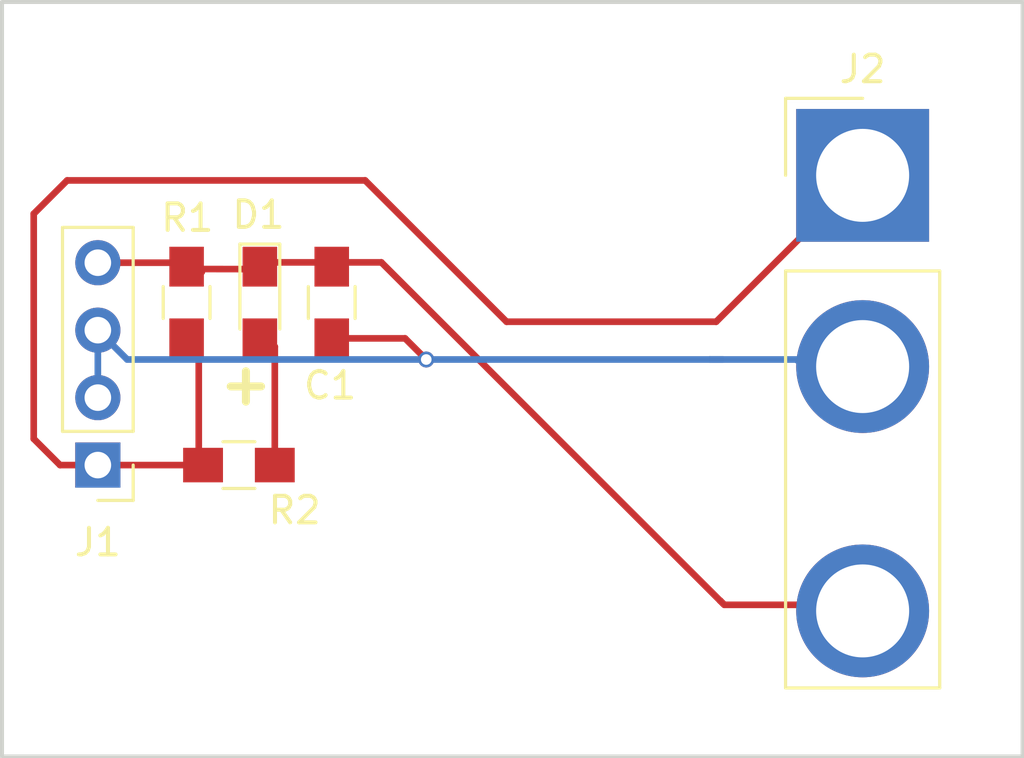
<source format=kicad_pcb>
(kicad_pcb (version 4) (host pcbnew 4.0.7-e2-6376~58~ubuntu16.04.1)

  (general
    (links 11)
    (no_connects 0)
    (area 126.6092 32.055999 165.302001 60.7338)
    (thickness 1.6)
    (drawings 5)
    (tracks 37)
    (zones 0)
    (modules 9)
    (nets 5)
  )

  (page A4)
  (layers
    (0 F.Cu signal)
    (31 B.Cu signal)
    (32 B.Adhes user)
    (33 F.Adhes user)
    (34 B.Paste user)
    (35 F.Paste user)
    (36 B.SilkS user)
    (37 F.SilkS user)
    (38 B.Mask user)
    (39 F.Mask user)
    (40 Dwgs.User user)
    (41 Cmts.User user)
    (42 Eco1.User user)
    (43 Eco2.User user)
    (44 Edge.Cuts user)
    (45 Margin user)
    (46 B.CrtYd user)
    (47 F.CrtYd user)
    (48 B.Fab user)
    (49 F.Fab user)
  )

  (setup
    (last_trace_width 0.25)
    (trace_clearance 0.2)
    (zone_clearance 0.508)
    (zone_45_only no)
    (trace_min 0.2)
    (segment_width 0.2)
    (edge_width 0.15)
    (via_size 0.6)
    (via_drill 0.4)
    (via_min_size 0.4)
    (via_min_drill 0.3)
    (uvia_size 0.3)
    (uvia_drill 0.1)
    (uvias_allowed no)
    (uvia_min_size 0.2)
    (uvia_min_drill 0.1)
    (pcb_text_width 0.3)
    (pcb_text_size 1.5 1.5)
    (mod_edge_width 0.15)
    (mod_text_size 1 1)
    (mod_text_width 0.15)
    (pad_size 3.2 3.2)
    (pad_drill 3.2)
    (pad_to_mask_clearance 0.2)
    (aux_axis_origin 0 0)
    (visible_elements FFFFFF7F)
    (pcbplotparams
      (layerselection 0x010fc_80000001)
      (usegerberextensions false)
      (excludeedgelayer true)
      (linewidth 0.100000)
      (plotframeref false)
      (viasonmask false)
      (mode 1)
      (useauxorigin false)
      (hpglpennumber 1)
      (hpglpenspeed 20)
      (hpglpendiameter 15)
      (hpglpenoverlay 2)
      (psnegative false)
      (psa4output false)
      (plotreference true)
      (plotvalue true)
      (plotinvisibletext false)
      (padsonsilk false)
      (subtractmaskfromsilk false)
      (outputformat 1)
      (mirror false)
      (drillshape 0)
      (scaleselection 1)
      (outputdirectory ""))
  )

  (net 0 "")
  (net 1 "Net-(C1-Pad1)")
  (net 2 GND)
  (net 3 "Net-(D1-Pad2)")
  (net 4 +5V)

  (net_class Default "This is the default net class."
    (clearance 0.2)
    (trace_width 0.25)
    (via_dia 0.6)
    (via_drill 0.4)
    (uvia_dia 0.3)
    (uvia_drill 0.1)
    (add_net +5V)
    (add_net GND)
    (add_net "Net-(C1-Pad1)")
    (add_net "Net-(D1-Pad2)")
  )

  (module Mounting_Holes:MountingHole_3.2mm_M3 (layer F.Cu) (tedit 59703A17) (tstamp 5970406A)
    (at 137.63 55.286)
    (descr "Mounting Hole 3.2mm, no annular, M3")
    (tags "mounting hole 3.2mm no annular m3")
    (fp_text reference REF** (at 0 -4.2) (layer F.SilkS) hide
      (effects (font (size 1 1) (thickness 0.15)))
    )
    (fp_text value MountingHole_3.2mm_M3 (at 0 4.2) (layer F.Fab) hide
      (effects (font (size 1 1) (thickness 0.15)))
    )
    (fp_circle (center 0 0) (end 3.2 0) (layer Cmts.User) (width 0.15))
    (fp_circle (center 0 0) (end 3.45 0) (layer F.CrtYd) (width 0.05))
    (pad 1 np_thru_hole circle (at 0 0) (size 3.2 3.2) (drill 3.2) (layers *.Cu *.Mask))
  )

  (module Resistors_SMD:R_0805_HandSoldering (layer F.Cu) (tedit 59703B6C) (tstamp 596FBE02)
    (at 139.2301 43.4467 270)
    (descr "Resistor SMD 0805, hand soldering")
    (tags "resistor 0805")
    (path /596FAAD5)
    (attr smd)
    (fp_text reference C1 (at 3.1242 0.0635 360) (layer F.SilkS)
      (effects (font (size 1 1) (thickness 0.15)))
    )
    (fp_text value 100nF (at 0 1.75 270) (layer F.Fab) hide
      (effects (font (size 1 1) (thickness 0.15)))
    )
    (fp_text user %R (at 0 0 360) (layer F.Fab)
      (effects (font (size 0.5 0.5) (thickness 0.075)))
    )
    (fp_line (start -1 0.62) (end -1 -0.62) (layer F.Fab) (width 0.1))
    (fp_line (start 1 0.62) (end -1 0.62) (layer F.Fab) (width 0.1))
    (fp_line (start 1 -0.62) (end 1 0.62) (layer F.Fab) (width 0.1))
    (fp_line (start -1 -0.62) (end 1 -0.62) (layer F.Fab) (width 0.1))
    (fp_line (start 0.6 0.88) (end -0.6 0.88) (layer F.SilkS) (width 0.12))
    (fp_line (start -0.6 -0.88) (end 0.6 -0.88) (layer F.SilkS) (width 0.12))
    (fp_line (start -2.35 -0.9) (end 2.35 -0.9) (layer F.CrtYd) (width 0.05))
    (fp_line (start -2.35 -0.9) (end -2.35 0.9) (layer F.CrtYd) (width 0.05))
    (fp_line (start 2.35 0.9) (end 2.35 -0.9) (layer F.CrtYd) (width 0.05))
    (fp_line (start 2.35 0.9) (end -2.35 0.9) (layer F.CrtYd) (width 0.05))
    (pad 1 smd rect (at -1.35 0 270) (size 1.5 1.3) (layers F.Cu F.Paste F.Mask)
      (net 1 "Net-(C1-Pad1)"))
    (pad 2 smd rect (at 1.35 0 270) (size 1.5 1.3) (layers F.Cu F.Paste F.Mask)
      (net 2 GND))
    (model ${KISYS3DMOD}/Resistors_SMD.3dshapes/R_0805.wrl
      (at (xyz 0 0 0))
      (scale (xyz 1 1 1))
      (rotate (xyz 0 0 0))
    )
  )

  (module LEDs:LED_0805_HandSoldering (layer F.Cu) (tedit 59703B68) (tstamp 596FBE08)
    (at 136.525 43.4467 270)
    (descr "Resistor SMD 0805, hand soldering")
    (tags "resistor 0805")
    (path /596FAB62)
    (attr smd)
    (fp_text reference D1 (at -3.302 0.0508 360) (layer F.SilkS)
      (effects (font (size 1 1) (thickness 0.15)))
    )
    (fp_text value LED (at 0 1.75 270) (layer F.Fab) hide
      (effects (font (size 1 1) (thickness 0.15)))
    )
    (fp_line (start -0.4 -0.4) (end -0.4 0.4) (layer F.Fab) (width 0.1))
    (fp_line (start -0.4 0) (end 0.2 -0.4) (layer F.Fab) (width 0.1))
    (fp_line (start 0.2 0.4) (end -0.4 0) (layer F.Fab) (width 0.1))
    (fp_line (start 0.2 -0.4) (end 0.2 0.4) (layer F.Fab) (width 0.1))
    (fp_line (start -1 0.62) (end -1 -0.62) (layer F.Fab) (width 0.1))
    (fp_line (start 1 0.62) (end -1 0.62) (layer F.Fab) (width 0.1))
    (fp_line (start 1 -0.62) (end 1 0.62) (layer F.Fab) (width 0.1))
    (fp_line (start -1 -0.62) (end 1 -0.62) (layer F.Fab) (width 0.1))
    (fp_line (start 1 0.75) (end -2.2 0.75) (layer F.SilkS) (width 0.12))
    (fp_line (start -2.2 -0.75) (end 1 -0.75) (layer F.SilkS) (width 0.12))
    (fp_line (start -2.35 -0.9) (end 2.35 -0.9) (layer F.CrtYd) (width 0.05))
    (fp_line (start -2.35 -0.9) (end -2.35 0.9) (layer F.CrtYd) (width 0.05))
    (fp_line (start 2.35 0.9) (end 2.35 -0.9) (layer F.CrtYd) (width 0.05))
    (fp_line (start 2.35 0.9) (end -2.35 0.9) (layer F.CrtYd) (width 0.05))
    (fp_line (start -2.2 -0.75) (end -2.2 0.75) (layer F.SilkS) (width 0.12))
    (pad 1 smd rect (at -1.35 0 270) (size 1.5 1.3) (layers F.Cu F.Paste F.Mask)
      (net 1 "Net-(C1-Pad1)"))
    (pad 2 smd rect (at 1.35 0 270) (size 1.5 1.3) (layers F.Cu F.Paste F.Mask)
      (net 3 "Net-(D1-Pad2)"))
    (model ${KISYS3DMOD}/LEDs.3dshapes/LED_0805.wrl
      (at (xyz 0 0 0))
      (scale (xyz 1 1 1))
      (rotate (xyz 0 0 0))
    )
  )

  (module Pin_Headers:Pin_Header_Straight_1x04_Pitch2.54mm (layer F.Cu) (tedit 59703AB1) (tstamp 596FBE10)
    (at 130.429 49.5681 180)
    (descr "Through hole straight pin header, 1x04, 2.54mm pitch, single row")
    (tags "Through hole pin header THT 1x04 2.54mm single row")
    (path /596FAAB8)
    (fp_text reference J1 (at 0 -2.9083 180) (layer F.SilkS)
      (effects (font (size 1 1) (thickness 0.15)))
    )
    (fp_text value CONN_01X04 (at 2.8448 4.0767 270) (layer F.Fab) hide
      (effects (font (size 1 1) (thickness 0.15)))
    )
    (fp_line (start -0.635 -1.27) (end 1.27 -1.27) (layer F.Fab) (width 0.1))
    (fp_line (start 1.27 -1.27) (end 1.27 8.89) (layer F.Fab) (width 0.1))
    (fp_line (start 1.27 8.89) (end -1.27 8.89) (layer F.Fab) (width 0.1))
    (fp_line (start -1.27 8.89) (end -1.27 -0.635) (layer F.Fab) (width 0.1))
    (fp_line (start -1.27 -0.635) (end -0.635 -1.27) (layer F.Fab) (width 0.1))
    (fp_line (start -1.33 8.95) (end 1.33 8.95) (layer F.SilkS) (width 0.12))
    (fp_line (start -1.33 1.27) (end -1.33 8.95) (layer F.SilkS) (width 0.12))
    (fp_line (start 1.33 1.27) (end 1.33 8.95) (layer F.SilkS) (width 0.12))
    (fp_line (start -1.33 1.27) (end 1.33 1.27) (layer F.SilkS) (width 0.12))
    (fp_line (start -1.33 0) (end -1.33 -1.33) (layer F.SilkS) (width 0.12))
    (fp_line (start -1.33 -1.33) (end 0 -1.33) (layer F.SilkS) (width 0.12))
    (fp_line (start -1.8 -1.8) (end -1.8 9.4) (layer F.CrtYd) (width 0.05))
    (fp_line (start -1.8 9.4) (end 1.8 9.4) (layer F.CrtYd) (width 0.05))
    (fp_line (start 1.8 9.4) (end 1.8 -1.8) (layer F.CrtYd) (width 0.05))
    (fp_line (start 1.8 -1.8) (end -1.8 -1.8) (layer F.CrtYd) (width 0.05))
    (fp_text user %R (at 0 3.81 270) (layer F.Fab)
      (effects (font (size 1 1) (thickness 0.15)))
    )
    (pad 1 thru_hole rect (at 0 0 180) (size 1.7 1.7) (drill 1) (layers *.Cu *.Mask)
      (net 4 +5V))
    (pad 2 thru_hole oval (at 0 2.54 180) (size 1.7 1.7) (drill 1) (layers *.Cu *.Mask)
      (net 2 GND))
    (pad 3 thru_hole oval (at 0 5.08 180) (size 1.7 1.7) (drill 1) (layers *.Cu *.Mask)
      (net 2 GND))
    (pad 4 thru_hole oval (at 0 7.62 180) (size 1.7 1.7) (drill 1) (layers *.Cu *.Mask)
      (net 1 "Net-(C1-Pad1)"))
    (model ${KISYS3DMOD}/Pin_Headers.3dshapes/Pin_Header_Straight_1x04_Pitch2.54mm.wrl
      (at (xyz 0 0 0))
      (scale (xyz 1 1 1))
      (rotate (xyz 0 0 0))
    )
  )

  (module Resistors_SMD:R_0805_HandSoldering (layer F.Cu) (tedit 59703B78) (tstamp 596FBE2B)
    (at 133.7691 43.4467 90)
    (descr "Resistor SMD 0805, hand soldering")
    (tags "resistor 0805")
    (path /596FAB28)
    (attr smd)
    (fp_text reference R1 (at 3.1877 0.0254 180) (layer F.SilkS)
      (effects (font (size 1 1) (thickness 0.15)))
    )
    (fp_text value 10K (at 0 1.75 90) (layer F.Fab) hide
      (effects (font (size 1 1) (thickness 0.15)))
    )
    (fp_text user %R (at 0 0 90) (layer F.Fab)
      (effects (font (size 0.5 0.5) (thickness 0.075)))
    )
    (fp_line (start -1 0.62) (end -1 -0.62) (layer F.Fab) (width 0.1))
    (fp_line (start 1 0.62) (end -1 0.62) (layer F.Fab) (width 0.1))
    (fp_line (start 1 -0.62) (end 1 0.62) (layer F.Fab) (width 0.1))
    (fp_line (start -1 -0.62) (end 1 -0.62) (layer F.Fab) (width 0.1))
    (fp_line (start 0.6 0.88) (end -0.6 0.88) (layer F.SilkS) (width 0.12))
    (fp_line (start -0.6 -0.88) (end 0.6 -0.88) (layer F.SilkS) (width 0.12))
    (fp_line (start -2.35 -0.9) (end 2.35 -0.9) (layer F.CrtYd) (width 0.05))
    (fp_line (start -2.35 -0.9) (end -2.35 0.9) (layer F.CrtYd) (width 0.05))
    (fp_line (start 2.35 0.9) (end 2.35 -0.9) (layer F.CrtYd) (width 0.05))
    (fp_line (start 2.35 0.9) (end -2.35 0.9) (layer F.CrtYd) (width 0.05))
    (pad 1 smd rect (at -1.35 0 90) (size 1.5 1.3) (layers F.Cu F.Paste F.Mask)
      (net 4 +5V))
    (pad 2 smd rect (at 1.35 0 90) (size 1.5 1.3) (layers F.Cu F.Paste F.Mask)
      (net 1 "Net-(C1-Pad1)"))
    (model ${KISYS3DMOD}/Resistors_SMD.3dshapes/R_0805.wrl
      (at (xyz 0 0 0))
      (scale (xyz 1 1 1))
      (rotate (xyz 0 0 0))
    )
  )

  (module Resistors_SMD:R_0805_HandSoldering (layer F.Cu) (tedit 59703B73) (tstamp 596FBE31)
    (at 135.7376 49.5681)
    (descr "Resistor SMD 0805, hand soldering")
    (tags "resistor 0805")
    (path /596FAAFC)
    (attr smd)
    (fp_text reference R2 (at 2.0955 1.7018) (layer F.SilkS)
      (effects (font (size 1 1) (thickness 0.15)))
    )
    (fp_text value 1K (at 0 1.75) (layer F.Fab) hide
      (effects (font (size 1 1) (thickness 0.15)))
    )
    (fp_text user %R (at 0 0) (layer F.Fab)
      (effects (font (size 0.5 0.5) (thickness 0.075)))
    )
    (fp_line (start -1 0.62) (end -1 -0.62) (layer F.Fab) (width 0.1))
    (fp_line (start 1 0.62) (end -1 0.62) (layer F.Fab) (width 0.1))
    (fp_line (start 1 -0.62) (end 1 0.62) (layer F.Fab) (width 0.1))
    (fp_line (start -1 -0.62) (end 1 -0.62) (layer F.Fab) (width 0.1))
    (fp_line (start 0.6 0.88) (end -0.6 0.88) (layer F.SilkS) (width 0.12))
    (fp_line (start -0.6 -0.88) (end 0.6 -0.88) (layer F.SilkS) (width 0.12))
    (fp_line (start -2.35 -0.9) (end 2.35 -0.9) (layer F.CrtYd) (width 0.05))
    (fp_line (start -2.35 -0.9) (end -2.35 0.9) (layer F.CrtYd) (width 0.05))
    (fp_line (start 2.35 0.9) (end 2.35 -0.9) (layer F.CrtYd) (width 0.05))
    (fp_line (start 2.35 0.9) (end -2.35 0.9) (layer F.CrtYd) (width 0.05))
    (pad 1 smd rect (at -1.35 0) (size 1.5 1.3) (layers F.Cu F.Paste F.Mask)
      (net 4 +5V))
    (pad 2 smd rect (at 1.35 0) (size 1.5 1.3) (layers F.Cu F.Paste F.Mask)
      (net 3 "Net-(D1-Pad2)"))
    (model ${KISYS3DMOD}/Resistors_SMD.3dshapes/R_0805.wrl
      (at (xyz 0 0 0))
      (scale (xyz 1 1 1))
      (rotate (xyz 0 0 0))
    )
  )

  (module "My Shit:limit_switch_bomba" (layer F.Cu) (tedit 59703AB6) (tstamp 59703CB9)
    (at 159.2072 38.6588)
    (descr "Limit Switch Endstop")
    (tags "Limit Switch Endstop")
    (path /596FAF0B)
    (fp_text reference J2 (at 0 -4) (layer F.SilkS)
      (effects (font (size 1 1) (thickness 0.15)))
    )
    (fp_text value CONN_01X03 (at 0 21) (layer F.Fab) hide
      (effects (font (size 1 1) (thickness 0.15)))
    )
    (fp_line (start -2.7 -2.7) (end -2.7 19.1) (layer F.Fab) (width 0.1))
    (fp_line (start -2.7 19.1) (end 2.7 19.1) (layer F.Fab) (width 0.1))
    (fp_line (start 2.7 19.1) (end 2.7 -2.7) (layer F.Fab) (width 0.1))
    (fp_line (start 2.7 -2.7) (end -2.7 -2.7) (layer F.Fab) (width 0.1))
    (fp_line (start -2.9 3.6) (end -2.9 19.3) (layer F.SilkS) (width 0.12))
    (fp_line (start -2.9 19.3) (end 2.9 19.3) (layer F.SilkS) (width 0.12))
    (fp_line (start 2.9 19.3) (end 2.9 3.6) (layer F.SilkS) (width 0.12))
    (fp_line (start 2.9 3.6) (end -2.9 3.6) (layer F.SilkS) (width 0.12))
    (fp_line (start -2.9 0) (end -2.9 -2.9) (layer F.SilkS) (width 0.12))
    (fp_line (start -2.9 -2.9) (end 0 -2.9) (layer F.SilkS) (width 0.12))
    (fp_line (start -3.1 -3.1) (end -3.1 19.5) (layer F.CrtYd) (width 0.05))
    (fp_line (start -3.1 19.5) (end 3.1 19.5) (layer F.CrtYd) (width 0.05))
    (fp_line (start 3.1 19.5) (end 3.1 -3.1) (layer F.CrtYd) (width 0.05))
    (fp_line (start 3.1 -3.1) (end -3.1 -3.1) (layer F.CrtYd) (width 0.05))
    (pad 1 thru_hole oval (at 0 16.4) (size 5 5) (drill 3.5) (layers *.Cu *.Mask)
      (net 1 "Net-(C1-Pad1)"))
    (pad 2 thru_hole rect (at 0 0) (size 5 5) (drill 3.5) (layers *.Cu *.Mask)
      (net 4 +5V))
    (pad 3 thru_hole oval (at 0 7.2) (size 5 5) (drill 3.5) (layers *.Cu *.Mask)
      (net 2 GND))
  )

  (module Mounting_Holes:MountingHole_3.2mm_M3 (layer F.Cu) (tedit 59703A0E) (tstamp 59703DD4)
    (at 147.63 37.286)
    (descr "Mounting Hole 3.2mm, no annular, M3")
    (tags "mounting hole 3.2mm no annular m3")
    (fp_text reference "" (at -5.8771 -1.028) (layer F.SilkS) hide
      (effects (font (size 1 1) (thickness 0.15)))
    )
    (fp_text value MountingHole_3.2mm_M3 (at -4.2007 -3.4918) (layer F.Fab) hide
      (effects (font (size 1 1) (thickness 0.15)))
    )
    (fp_circle (center 0 0) (end 3.2 0) (layer Cmts.User) (width 0.15))
    (fp_circle (center 0 0) (end 3.45 0) (layer F.CrtYd) (width 0.05))
    (pad 1 np_thru_hole circle (at 0 0) (size 3.2 3.2) (drill 3.2) (layers *.Cu *.Mask))
  )

  (module Mounting_Holes:MountingHole_3.2mm_M3 (layer F.Cu) (tedit 59703A17) (tstamp 59703DDF)
    (at 147.63 55.286)
    (descr "Mounting Hole 3.2mm, no annular, M3")
    (tags "mounting hole 3.2mm no annular m3")
    (fp_text reference REF** (at 0 -4.2) (layer F.SilkS) hide
      (effects (font (size 1 1) (thickness 0.15)))
    )
    (fp_text value MountingHole_3.2mm_M3 (at 0 4.2) (layer F.Fab) hide
      (effects (font (size 1 1) (thickness 0.15)))
    )
    (fp_circle (center 0 0) (end 3.2 0) (layer Cmts.User) (width 0.15))
    (fp_circle (center 0 0) (end 3.45 0) (layer F.CrtYd) (width 0.05))
    (pad 1 np_thru_hole circle (at 0 0) (size 3.2 3.2) (drill 3.2) (layers *.Cu *.Mask))
  )

  (gr_text + (at 136 46.5) (layer F.SilkS)
    (effects (font (size 1.5 1.5) (thickness 0.3)))
  )
  (gr_line (start 165.227 60.5409) (end 165.227 32.131) (angle 90) (layer Edge.Cuts) (width 0.15))
  (gr_line (start 126.8222 60.5409) (end 165.227 60.5409) (angle 90) (layer Edge.Cuts) (width 0.15))
  (gr_line (start 126.8222 32.131) (end 126.8222 60.5409) (angle 90) (layer Edge.Cuts) (width 0.15))
  (gr_line (start 165.227 32.131) (end 126.8222 32.131) (angle 90) (layer Edge.Cuts) (width 0.15))

  (segment (start 156.7561 54.8302) (end 154.0045 54.8302) (width 0.25) (layer F.Cu) (net 1))
  (segment (start 153.8521 54.6778) (end 153.8478 54.6778) (width 0.25) (layer F.Cu) (net 1) (tstamp 59703E8D))
  (segment (start 154.0045 54.8302) (end 153.8521 54.6778) (width 0.25) (layer F.Cu) (net 1) (tstamp 59703E8C))
  (segment (start 134.2263 42.1856) (end 136.525 42.1894) (width 0.25) (layer F.Cu) (net 1))
  (segment (start 136.525 42.1894) (end 136.7536 41.9354) (width 0.25) (layer F.Cu) (net 1) (tstamp 596FBF7F))
  (segment (start 136.7536 41.9354) (end 139.2428 41.9354) (width 0.25) (layer F.Cu) (net 1) (tstamp 596FBF80))
  (segment (start 139.2428 41.9354) (end 141.097 41.9354) (width 0.25) (layer F.Cu) (net 1) (tstamp 596FBF81))
  (segment (start 141.097 41.9354) (end 153.8478 54.6778) (width 0.25) (layer F.Cu) (net 1) (tstamp 596FBF82))
  (segment (start 153.8478 54.6778) (end 153.9621 54.7921) (width 0.25) (layer F.Cu) (net 1) (tstamp 59703E8F))
  (segment (start 136.7536 41.9354) (end 136.7028 41.8846) (width 0.25) (layer F.Cu) (net 1) (tstamp 596FBF66))
  (segment (start 130.429 41.9481) (end 133.9888 41.9481) (width 0.25) (layer F.Cu) (net 1))
  (segment (start 133.9888 41.9481) (end 134.3406 42.2999) (width 0.25) (layer F.Cu) (net 1) (tstamp 596FBF27))
  (segment (start 139.2301 44.7967) (end 141.9898 44.7967) (width 0.25) (layer F.Cu) (net 2))
  (segment (start 142.7852 45.5921) (end 142.748 45.5921) (width 0.25) (layer B.Cu) (net 2) (tstamp 59703FD0))
  (segment (start 142.7861 45.593) (end 142.7852 45.5921) (width 0.25) (layer B.Cu) (net 2) (tstamp 59703FCF))
  (via (at 142.7861 45.593) (size 0.6) (drill 0.4) (layers F.Cu B.Cu) (net 2))
  (segment (start 141.9898 44.7967) (end 142.7861 45.593) (width 0.25) (layer F.Cu) (net 2) (tstamp 59703FCD))
  (segment (start 153.4541 45.5921) (end 156.718 45.5921) (width 0.25) (layer B.Cu) (net 2))
  (segment (start 156.718 45.5921) (end 156.7561 45.6302) (width 0.25) (layer B.Cu) (net 2) (tstamp 59703E89))
  (segment (start 130.429 47.0281) (end 130.429 44.4881) (width 0.25) (layer B.Cu) (net 2))
  (segment (start 130.429 44.4881) (end 131.533 45.5921) (width 0.25) (layer B.Cu) (net 2) (tstamp 596FBF78))
  (segment (start 131.533 45.5921) (end 142.748 45.5921) (width 0.25) (layer B.Cu) (net 2) (tstamp 596FBF79))
  (segment (start 142.748 45.5921) (end 153.4541 45.5921) (width 0.25) (layer B.Cu) (net 2) (tstamp 596FBF8D))
  (segment (start 153.4541 45.5921) (end 153.9621 45.5921) (width 0.25) (layer B.Cu) (net 2) (tstamp 59703E87))
  (segment (start 137.0876 49.5681) (end 137.0876 45.1104) (width 0.25) (layer F.Cu) (net 3))
  (segment (start 137.0876 45.1104) (end 136.5377 44.8056) (width 0.25) (layer F.Cu) (net 3) (tstamp 596FBF75))
  (segment (start 130.429 49.5681) (end 129.0066 49.5681) (width 0.25) (layer F.Cu) (net 4))
  (segment (start 153.6954 44.1706) (end 159.2072 38.6588) (width 0.25) (layer F.Cu) (net 4) (tstamp 59704021))
  (segment (start 145.8087 44.1706) (end 153.6954 44.1706) (width 0.25) (layer F.Cu) (net 4) (tstamp 5970401F))
  (segment (start 140.4874 38.8493) (end 145.8087 44.1706) (width 0.25) (layer F.Cu) (net 4) (tstamp 5970401D))
  (segment (start 129.2733 38.8493) (end 140.4874 38.8493) (width 0.25) (layer F.Cu) (net 4) (tstamp 5970401B))
  (segment (start 128.016 40.1066) (end 129.2733 38.8493) (width 0.25) (layer F.Cu) (net 4) (tstamp 59704019))
  (segment (start 128.016 48.5775) (end 128.016 40.1066) (width 0.25) (layer F.Cu) (net 4) (tstamp 59704018))
  (segment (start 129.0066 49.5681) (end 128.016 48.5775) (width 0.25) (layer F.Cu) (net 4) (tstamp 59704016))
  (segment (start 130.429 49.5681) (end 134.3876 49.5681) (width 0.25) (layer F.Cu) (net 4) (tstamp 596FBF6F))
  (segment (start 134.3876 49.5681) (end 134.2263 49.4068) (width 0.25) (layer F.Cu) (net 4) (tstamp 596FBF71))
  (segment (start 134.2263 49.4068) (end 134.2263 44.8856) (width 0.25) (layer F.Cu) (net 4) (tstamp 596FBF72))

)

</source>
